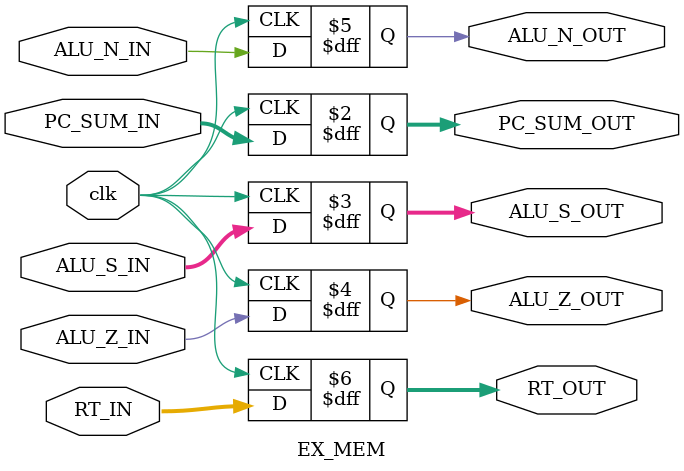
<source format=v>
`timescale 1ns / 1ps


module EX_MEM(
    PC_SUM_IN, ALU_S_IN, ALU_Z_IN, ALU_N_IN, RT_IN, PC_SUM_OUT, ALU_S_OUT, ALU_Z_OUT, ALU_N_OUT, RT_OUT, clk
    );
    
    input clk;
    
    input [7:0] PC_SUM_IN;
    input [31:0] ALU_S_IN;
    input ALU_Z_IN, ALU_N_IN;
    input [31:0] RT_IN;
    
    output reg [7:0] PC_SUM_OUT;
    output reg [31:0] ALU_S_OUT;
    output reg ALU_Z_OUT, ALU_N_OUT;
    output reg [31:0] RT_OUT;
     
    always@(posedge clk)
    begin
        PC_SUM_OUT = PC_SUM_IN;
        ALU_S_OUT = ALU_S_IN;
        ALU_Z_OUT = ALU_Z_IN;
        ALU_N_OUT = ALU_N_IN;
        RT_OUT = RT_IN;
    end
    
endmodule

</source>
